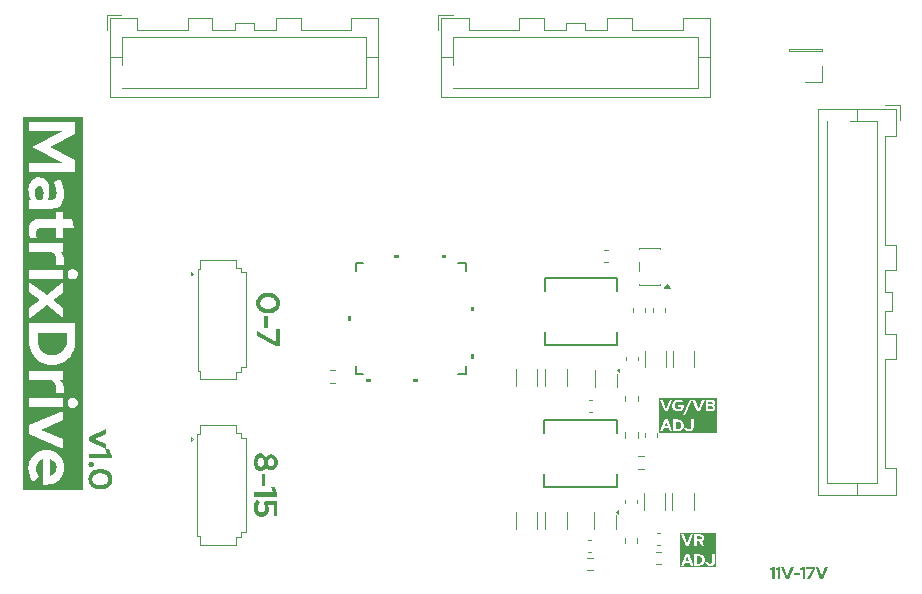
<source format=gbr>
%TF.GenerationSoftware,KiCad,Pcbnew,9.0.7*%
%TF.CreationDate,2026-02-21T00:44:39-08:00*%
%TF.ProjectId,matrix-driver,6d617472-6978-42d6-9472-697665722e6b,rev?*%
%TF.SameCoordinates,Original*%
%TF.FileFunction,Legend,Top*%
%TF.FilePolarity,Positive*%
%FSLAX46Y46*%
G04 Gerber Fmt 4.6, Leading zero omitted, Abs format (unit mm)*
G04 Created by KiCad (PCBNEW 9.0.7) date 2026-02-21 00:44:39*
%MOMM*%
%LPD*%
G01*
G04 APERTURE LIST*
%ADD10C,0.200000*%
%ADD11C,0.120000*%
%ADD12C,0.152400*%
%ADD13C,0.000000*%
G04 APERTURE END LIST*
D10*
G36*
X152764533Y-128509841D02*
G01*
X152484447Y-128509841D01*
X152625498Y-128149094D01*
X152764533Y-128509841D01*
G37*
G36*
X153665421Y-128136730D02*
G01*
X153723491Y-128154528D01*
X153776442Y-128183072D01*
X153822165Y-128220596D01*
X153859752Y-128266276D01*
X153888233Y-128319637D01*
X153905956Y-128378149D01*
X153911986Y-128442002D01*
X153905976Y-128505709D01*
X153888416Y-128563269D01*
X153860060Y-128615625D01*
X153822287Y-128661088D01*
X153776460Y-128698464D01*
X153723552Y-128726606D01*
X153665505Y-128744036D01*
X153601553Y-128749993D01*
X153430949Y-128749993D01*
X153430949Y-128130654D01*
X153601492Y-128130654D01*
X153665421Y-128136730D01*
G37*
G36*
X156479049Y-126833201D02*
G01*
X156515664Y-126844902D01*
X156545107Y-126863363D01*
X156568040Y-126888707D01*
X156581773Y-126918925D01*
X156586567Y-126955565D01*
X156581773Y-126992248D01*
X156568039Y-127022507D01*
X156545107Y-127047889D01*
X156515669Y-127066315D01*
X156479054Y-127077996D01*
X156433366Y-127082205D01*
X156169400Y-127082205D01*
X156169400Y-126828986D01*
X156433366Y-126828986D01*
X156479049Y-126833201D01*
G37*
G36*
X156456727Y-126442349D02*
G01*
X156490550Y-126453005D01*
X156517629Y-126469766D01*
X156538687Y-126492878D01*
X156551352Y-126520770D01*
X156555792Y-126554945D01*
X156551397Y-126588412D01*
X156538769Y-126616182D01*
X156517629Y-126639637D01*
X156490514Y-126656676D01*
X156456690Y-126667489D01*
X156414376Y-126671388D01*
X156169400Y-126671388D01*
X156169400Y-126438503D01*
X156414376Y-126438503D01*
X156456727Y-126442349D01*
G37*
G36*
X156902842Y-129055521D02*
G01*
X151999034Y-129055521D01*
X151999034Y-128930000D01*
X152110145Y-128930000D01*
X152321171Y-128930000D01*
X152421677Y-128673239D01*
X152826265Y-128673239D01*
X152925367Y-128930000D01*
X153145002Y-128930000D01*
X153071857Y-128749993D01*
X153228167Y-128749993D01*
X153228167Y-128930000D01*
X153604362Y-128930000D01*
X153676898Y-128925722D01*
X153744613Y-128913185D01*
X153808182Y-128892630D01*
X153868695Y-128864233D01*
X153923247Y-128829733D01*
X153972375Y-128789010D01*
X154015831Y-128742326D01*
X154052244Y-128690937D01*
X154070091Y-128656936D01*
X154155862Y-128656936D01*
X154182620Y-128724411D01*
X154215945Y-128781643D01*
X154255704Y-128829918D01*
X154302164Y-128870160D01*
X154354709Y-128902010D01*
X154413042Y-128925122D01*
X154478147Y-128939438D01*
X154551230Y-128944410D01*
X154631730Y-128938571D01*
X154702334Y-128921850D01*
X154764637Y-128894951D01*
X154820943Y-128857413D01*
X154867739Y-128811610D01*
X154905871Y-128756831D01*
X154933419Y-128695880D01*
X154950446Y-128627328D01*
X154956368Y-128549652D01*
X154956368Y-127950708D01*
X154753585Y-127950708D01*
X154753585Y-128544218D01*
X154746959Y-128607181D01*
X154728302Y-128658594D01*
X154698203Y-128700961D01*
X154657999Y-128733420D01*
X154610156Y-128753105D01*
X154552390Y-128760006D01*
X154503409Y-128755032D01*
X154461461Y-128740771D01*
X154425079Y-128717447D01*
X154394725Y-128686099D01*
X154367202Y-128643253D01*
X154342830Y-128586350D01*
X154155862Y-128656936D01*
X154070091Y-128656936D01*
X154081918Y-128634405D01*
X154103586Y-128574363D01*
X154116755Y-128510472D01*
X154121241Y-128442002D01*
X154116750Y-128373530D01*
X154103536Y-128309261D01*
X154081734Y-128248501D01*
X154051912Y-128191158D01*
X154015429Y-128139207D01*
X153972008Y-128092185D01*
X153922856Y-128051160D01*
X153868363Y-128016504D01*
X153807999Y-127988077D01*
X153744549Y-127967526D01*
X153676897Y-127954987D01*
X153604362Y-127950708D01*
X153228167Y-127950708D01*
X153228167Y-128749993D01*
X153071857Y-128749993D01*
X152747069Y-127950708D01*
X152512902Y-127950708D01*
X152282945Y-128509841D01*
X152110145Y-128930000D01*
X151999034Y-128930000D01*
X151999034Y-127540404D01*
X154058165Y-127540404D01*
X154242752Y-127540404D01*
X154812143Y-126270708D01*
X154848596Y-126270708D01*
X155246101Y-127250000D01*
X155480330Y-127250000D01*
X155718514Y-126671388D01*
X155966618Y-126671388D01*
X155966618Y-127082205D01*
X155966618Y-127250000D01*
X156448753Y-127250000D01*
X156516529Y-127245783D01*
X156576162Y-127233730D01*
X156628821Y-127214462D01*
X156677388Y-127186971D01*
X156717075Y-127153775D01*
X156748927Y-127114628D01*
X156772466Y-127070069D01*
X156786793Y-127020711D01*
X156791731Y-126965396D01*
X156786998Y-126918529D01*
X156773053Y-126875560D01*
X156749660Y-126835519D01*
X156718821Y-126800400D01*
X156681081Y-126770410D01*
X156635538Y-126745394D01*
X156686755Y-126705891D01*
X156725297Y-126657527D01*
X156743556Y-126620706D01*
X156754499Y-126581590D01*
X156758209Y-126539497D01*
X156753402Y-126487526D01*
X156739428Y-126441043D01*
X156716382Y-126398935D01*
X156685425Y-126361953D01*
X156647081Y-126330535D01*
X156600367Y-126304474D01*
X156549804Y-126286184D01*
X156492381Y-126274723D01*
X156426954Y-126270708D01*
X155966618Y-126270708D01*
X155966618Y-126671388D01*
X155718514Y-126671388D01*
X155883453Y-126270708D01*
X155673221Y-126270708D01*
X155367734Y-127042149D01*
X155067804Y-126270708D01*
X154848596Y-126270708D01*
X154812143Y-126270708D01*
X154628167Y-126270708D01*
X154058165Y-127540404D01*
X151999034Y-127540404D01*
X151999034Y-126270708D01*
X152110145Y-126270708D01*
X152507650Y-127250000D01*
X152741879Y-127250000D01*
X152943441Y-126760354D01*
X153136270Y-126760354D01*
X153140772Y-126830142D01*
X153154026Y-126895778D01*
X153175899Y-126957946D01*
X153205937Y-127016642D01*
X153242824Y-127070104D01*
X153286846Y-127118780D01*
X153336757Y-127161446D01*
X153391733Y-127197365D01*
X153452260Y-127226735D01*
X153516038Y-127248033D01*
X153583631Y-127260980D01*
X153655714Y-127265387D01*
X153725445Y-127261087D01*
X153790362Y-127248492D01*
X153851169Y-127227834D01*
X153908662Y-127199177D01*
X153960347Y-127163979D01*
X154006752Y-127122016D01*
X154047257Y-127074172D01*
X154081463Y-127021041D01*
X154109517Y-126962098D01*
X154129786Y-126900032D01*
X154142167Y-126833667D01*
X154146398Y-126762308D01*
X154146398Y-126699904D01*
X153640082Y-126699904D01*
X153640082Y-126876125D01*
X153929205Y-126876125D01*
X153910356Y-126932110D01*
X153878646Y-126981760D01*
X153836118Y-127023098D01*
X153784063Y-127054666D01*
X153725252Y-127074229D01*
X153658339Y-127080983D01*
X153593299Y-127074810D01*
X153534325Y-127056742D01*
X153480726Y-127027634D01*
X153434430Y-126989209D01*
X153396584Y-126942315D01*
X153368057Y-126887299D01*
X153350493Y-126826860D01*
X153344487Y-126760354D01*
X153350381Y-126693543D01*
X153367507Y-126633653D01*
X153395441Y-126579250D01*
X153432415Y-126532964D01*
X153477724Y-126494929D01*
X153530356Y-126465980D01*
X153588306Y-126447866D01*
X153652294Y-126441678D01*
X153704197Y-126445319D01*
X153753060Y-126456061D01*
X153799451Y-126473857D01*
X153842619Y-126498453D01*
X153881914Y-126529781D01*
X153917664Y-126568379D01*
X154059447Y-126438197D01*
X154008843Y-126385453D01*
X153949784Y-126340744D01*
X153881333Y-126303803D01*
X153808218Y-126276927D01*
X153732129Y-126260772D01*
X153652294Y-126255321D01*
X153580862Y-126259714D01*
X153513586Y-126272649D01*
X153449817Y-126293972D01*
X153389373Y-126323343D01*
X153334754Y-126359245D01*
X153285442Y-126401866D01*
X153242065Y-126450487D01*
X153205574Y-126503967D01*
X153175716Y-126562761D01*
X153153946Y-126624921D01*
X153140752Y-126690558D01*
X153136270Y-126760354D01*
X152943441Y-126760354D01*
X153145002Y-126270708D01*
X152934770Y-126270708D01*
X152629283Y-127042149D01*
X152329353Y-126270708D01*
X152110145Y-126270708D01*
X151999034Y-126270708D01*
X151999034Y-126144210D01*
X156902842Y-126144210D01*
X156902842Y-129055521D01*
G37*
G36*
X119118704Y-117234513D02*
G01*
X119294072Y-117271146D01*
X119448932Y-117329780D01*
X119591223Y-117412938D01*
X119708166Y-117513394D01*
X119802595Y-117632031D01*
X119872219Y-117766374D01*
X119914696Y-117915583D01*
X119929357Y-118083147D01*
X119914696Y-118250711D01*
X119872219Y-118399921D01*
X119802595Y-118534264D01*
X119708154Y-118652967D01*
X119591210Y-118753420D01*
X119448932Y-118836514D01*
X119294065Y-118895217D01*
X119118698Y-118931889D01*
X118919291Y-118944714D01*
X118721290Y-118931937D01*
X118546186Y-118895308D01*
X118390628Y-118836514D01*
X118247715Y-118753370D01*
X118130424Y-118652909D01*
X118035865Y-118534264D01*
X117966311Y-118399928D01*
X117923874Y-118250718D01*
X117909225Y-118083147D01*
X118241273Y-118083147D01*
X118250755Y-118180274D01*
X118278188Y-118265685D01*
X118323339Y-118341800D01*
X118383954Y-118407178D01*
X118461488Y-118463414D01*
X118558789Y-118510450D01*
X118662800Y-118542689D01*
X118782180Y-118563096D01*
X118919291Y-118570290D01*
X119058343Y-118563040D01*
X119178073Y-118542582D01*
X119281137Y-118510450D01*
X119377555Y-118463484D01*
X119454679Y-118407258D01*
X119515244Y-118341800D01*
X119560465Y-118265677D01*
X119587937Y-118180267D01*
X119597431Y-118083147D01*
X119587964Y-117986588D01*
X119560518Y-117901276D01*
X119515244Y-117824860D01*
X119454656Y-117759170D01*
X119377528Y-117702785D01*
X119281137Y-117655722D01*
X119178080Y-117623657D01*
X119058350Y-117603240D01*
X118919291Y-117596005D01*
X118782174Y-117603185D01*
X118662793Y-117623551D01*
X118558789Y-117655722D01*
X118461515Y-117702855D01*
X118383977Y-117759251D01*
X118323339Y-117824860D01*
X118278136Y-117901268D01*
X118250727Y-117986581D01*
X118241273Y-118083147D01*
X117909225Y-118083147D01*
X117923874Y-117915576D01*
X117966311Y-117766366D01*
X118035865Y-117632031D01*
X118130412Y-117513452D01*
X118247702Y-117412988D01*
X118390628Y-117329780D01*
X118546179Y-117271055D01*
X118721284Y-117234466D01*
X118919291Y-117221703D01*
X119118704Y-117234513D01*
G37*
G36*
X118575886Y-119156839D02*
G01*
X118898653Y-119156839D01*
X118898653Y-120209403D01*
X118575886Y-120209403D01*
X118575886Y-119156839D01*
G37*
G36*
X117940000Y-120490038D02*
G01*
X119576304Y-121367603D01*
X119576304Y-120272540D01*
X119898583Y-120272540D01*
X119898583Y-121764009D01*
X119623810Y-121764009D01*
X117940000Y-120925523D01*
X117940000Y-120490038D01*
G37*
G36*
X118391410Y-130828749D02*
G01*
X118488115Y-130865963D01*
X118574681Y-130925210D01*
X118650537Y-131005670D01*
X118710201Y-131101453D01*
X118752508Y-131211933D01*
X118795692Y-131117797D01*
X118851714Y-131037895D01*
X118921036Y-130970499D01*
X119001699Y-130918549D01*
X119086705Y-130888053D01*
X119178101Y-130877809D01*
X119280210Y-130887974D01*
X119373584Y-130917880D01*
X119460324Y-130967934D01*
X119536655Y-131034159D01*
X119602159Y-131115037D01*
X119657184Y-131212421D01*
X119696636Y-131317467D01*
X119720956Y-131433041D01*
X119729357Y-131560956D01*
X119720967Y-131689454D01*
X119696683Y-131805514D01*
X119657306Y-131910956D01*
X119602201Y-132008675D01*
X119536692Y-132089355D01*
X119460446Y-132154955D01*
X119373682Y-132204515D01*
X119280260Y-132234149D01*
X119178101Y-132244225D01*
X119086684Y-132234017D01*
X119001675Y-132203635D01*
X118921036Y-132151902D01*
X118851767Y-132084703D01*
X118795737Y-132004739D01*
X118752508Y-131910223D01*
X118708891Y-132022258D01*
X118649911Y-132116756D01*
X118575310Y-132196110D01*
X118486743Y-132257444D01*
X118391478Y-132293563D01*
X118286859Y-132305775D01*
X118176699Y-132295004D01*
X118077482Y-132263535D01*
X117986807Y-132211253D01*
X117907804Y-132141599D01*
X117839940Y-132054849D01*
X117782986Y-131948569D01*
X117742940Y-131834313D01*
X117717945Y-131705909D01*
X117709225Y-131561078D01*
X118013551Y-131561078D01*
X118023519Y-131667264D01*
X118051653Y-131755618D01*
X118098027Y-131831577D01*
X118158143Y-131888241D01*
X118230484Y-131924771D01*
X118310917Y-131936968D01*
X118393498Y-131924643D01*
X118465279Y-131888241D01*
X118524579Y-131831651D01*
X118570669Y-131755618D01*
X118598895Y-131667257D01*
X118608893Y-131561078D01*
X118880369Y-131561078D01*
X118889505Y-131650161D01*
X118915785Y-131727041D01*
X118958456Y-131793256D01*
X119013237Y-131842324D01*
X119078961Y-131873618D01*
X119153677Y-131884211D01*
X119228894Y-131873566D01*
X119294605Y-131842202D01*
X119349414Y-131793013D01*
X119391814Y-131726797D01*
X119417907Y-131649914D01*
X119426985Y-131560712D01*
X119417928Y-131472131D01*
X119391814Y-131395237D01*
X119349442Y-131328987D01*
X119294727Y-131279710D01*
X119229041Y-131248436D01*
X119153921Y-131237823D01*
X119078802Y-131248436D01*
X119013115Y-131279710D01*
X118958421Y-131328963D01*
X118915785Y-131395237D01*
X118889489Y-131472280D01*
X118880369Y-131561078D01*
X118608893Y-131561078D01*
X118598968Y-131456461D01*
X118570669Y-131367394D01*
X118524497Y-131290526D01*
X118465157Y-131233671D01*
X118393364Y-131197338D01*
X118311284Y-131185066D01*
X118230526Y-131197248D01*
X118158143Y-131233671D01*
X118098086Y-131290591D01*
X118051653Y-131367394D01*
X118023447Y-131456454D01*
X118013551Y-131561078D01*
X117709225Y-131561078D01*
X117717938Y-131416158D01*
X117742900Y-131287844D01*
X117782864Y-131173831D01*
X117839716Y-131067955D01*
X117907652Y-130981217D01*
X117986929Y-130911270D01*
X118077783Y-130858680D01*
X118176965Y-130827068D01*
X118286859Y-130816260D01*
X118391410Y-130828749D01*
G37*
G36*
X118375886Y-132569679D02*
G01*
X118698653Y-132569679D01*
X118698653Y-133622244D01*
X118375886Y-133622244D01*
X118375886Y-132569679D01*
G37*
G36*
X117740000Y-134094976D02*
G01*
X119309016Y-134094976D01*
X119151479Y-133710782D01*
X119485115Y-133710782D01*
X119698583Y-134235782D01*
X119698583Y-134477338D01*
X117740000Y-134477338D01*
X117740000Y-134094976D01*
G37*
G36*
X117709225Y-135425488D02*
G01*
X117720063Y-135266073D01*
X117751849Y-135117855D01*
X117804149Y-134979000D01*
X117877425Y-134847982D01*
X117973007Y-134723657D01*
X118226287Y-134943719D01*
X118132113Y-135070739D01*
X118072292Y-135186619D01*
X118036883Y-135308571D01*
X118024787Y-135442463D01*
X118035749Y-135552419D01*
X118066552Y-135642376D01*
X118117290Y-135718561D01*
X118184521Y-135775488D01*
X118265526Y-135811291D01*
X118360010Y-135823604D01*
X118450678Y-135811121D01*
X118528230Y-135774711D01*
X118596071Y-135712718D01*
X118646244Y-135634193D01*
X118677382Y-135540640D01*
X118688394Y-135428175D01*
X118682271Y-135341378D01*
X118663726Y-135254396D01*
X118633421Y-135168230D01*
X118588499Y-135075244D01*
X118667267Y-134813172D01*
X119698583Y-134859944D01*
X119698583Y-136093737D01*
X119386196Y-136093737D01*
X119386196Y-135181612D01*
X118889284Y-135158775D01*
X118931749Y-135262552D01*
X118955963Y-135356246D01*
X118968627Y-135449857D01*
X118972815Y-135542481D01*
X118964040Y-135672174D01*
X118938937Y-135786039D01*
X118898688Y-135886497D01*
X118842018Y-135978073D01*
X118772903Y-136053824D01*
X118690471Y-136115352D01*
X118597897Y-136160223D01*
X118494584Y-136187760D01*
X118378206Y-136197296D01*
X118248460Y-136186087D01*
X118132884Y-136153623D01*
X118028817Y-136100454D01*
X117936701Y-136028228D01*
X117858579Y-135938732D01*
X117793733Y-135829833D01*
X117747818Y-135711126D01*
X117719210Y-135577231D01*
X117709225Y-135425488D01*
G37*
G36*
X100597232Y-131363255D02*
G01*
X100737990Y-131448046D01*
X100854147Y-131559910D01*
X100940467Y-131693754D01*
X100994128Y-131845214D01*
X101012519Y-132015666D01*
X100993590Y-132180885D01*
X100937780Y-132330495D01*
X100849601Y-132463846D01*
X100732616Y-132577913D01*
X100592160Y-132665246D01*
X100426092Y-132722993D01*
X100426092Y-131304675D01*
X100597232Y-131363255D01*
G37*
G36*
X101877383Y-121274842D02*
G01*
X101853077Y-121530558D01*
X101781884Y-121762840D01*
X101667709Y-121974644D01*
X101517613Y-122157536D01*
X101334894Y-122307884D01*
X101121451Y-122421807D01*
X100887400Y-122492697D01*
X100631988Y-122516817D01*
X100377160Y-122492778D01*
X100146922Y-122422540D01*
X99937498Y-122309117D01*
X99755645Y-122158025D01*
X99606142Y-121974714D01*
X99493572Y-121763084D01*
X99423854Y-121530895D01*
X99400027Y-121275087D01*
X99400027Y-120592672D01*
X101877383Y-120592672D01*
X101877383Y-121274842D01*
G37*
G36*
X99647293Y-108192432D02*
G01*
X99734452Y-108240750D01*
X99808157Y-108324354D01*
X99858873Y-108428107D01*
X99892298Y-108562946D01*
X99904633Y-108736880D01*
X99877278Y-109058792D01*
X99842540Y-109208279D01*
X99792770Y-109352128D01*
X99370963Y-109352128D01*
X99284549Y-109213189D01*
X99224661Y-109059281D01*
X99190370Y-108894082D01*
X99178499Y-108710502D01*
X99205248Y-108481865D01*
X99276685Y-108320446D01*
X99351187Y-108239016D01*
X99438110Y-108191954D01*
X99541933Y-108175854D01*
X99647293Y-108192432D01*
G37*
G36*
X103261185Y-133921659D02*
G01*
X98181089Y-133921659D01*
X98181089Y-132096510D01*
X98625533Y-132096510D01*
X98651735Y-132435944D01*
X98726406Y-132729344D01*
X98853687Y-133003376D01*
X99044654Y-133279134D01*
X99503098Y-132777459D01*
X99405521Y-132650660D01*
X99330662Y-132494626D01*
X99285196Y-132322720D01*
X99269602Y-132133391D01*
X99289372Y-131940897D01*
X99347515Y-131765561D01*
X99440942Y-131609271D01*
X99563426Y-131481507D01*
X99710950Y-131382579D01*
X99879720Y-131313468D01*
X99879720Y-132722993D01*
X99879720Y-133477215D01*
X100076580Y-133477215D01*
X100372562Y-133455363D01*
X100639050Y-133392046D01*
X100880872Y-133288904D01*
X101101844Y-133146726D01*
X101286917Y-132976143D01*
X101439455Y-132775261D01*
X101552407Y-132550650D01*
X101621041Y-132304305D01*
X101644619Y-132031053D01*
X101621742Y-131757675D01*
X101554605Y-131505848D01*
X101443363Y-131271214D01*
X101293301Y-131059030D01*
X101113318Y-130879882D01*
X100900900Y-130731193D01*
X100666511Y-130621659D01*
X100413255Y-130555304D01*
X100136664Y-130532623D01*
X99859509Y-130556215D01*
X99605502Y-130625332D01*
X99369986Y-130739741D01*
X99157729Y-130894112D01*
X98977329Y-131080615D01*
X98826545Y-131302233D01*
X98715721Y-131546007D01*
X98648511Y-131809274D01*
X98625533Y-132096510D01*
X98181089Y-132096510D01*
X98181089Y-128453628D01*
X98680000Y-128453628D01*
X98680000Y-129197592D01*
X101595771Y-130446406D01*
X101595771Y-129632100D01*
X99653551Y-128835380D01*
X101595771Y-128038415D01*
X101595771Y-127203349D01*
X98680000Y-128453628D01*
X98181089Y-128453628D01*
X98181089Y-126906350D01*
X98680000Y-126906350D01*
X101595771Y-126906350D01*
X101595771Y-126522889D01*
X101944794Y-126522889D01*
X101959131Y-126638959D01*
X102001043Y-126740738D01*
X102071800Y-126831856D01*
X102162935Y-126902759D01*
X102264713Y-126944745D01*
X102380767Y-126959106D01*
X102497767Y-126944691D01*
X102599753Y-126902656D01*
X102690467Y-126831856D01*
X102760786Y-126740790D01*
X102802473Y-126639008D01*
X102816741Y-126522889D01*
X102802486Y-126407093D01*
X102760812Y-126305465D01*
X102690467Y-126214410D01*
X102599786Y-126143717D01*
X102498031Y-126101776D01*
X102381500Y-126087404D01*
X102264945Y-126101761D01*
X102162933Y-126143691D01*
X102071800Y-126214410D01*
X102001017Y-126305518D01*
X101959118Y-126407142D01*
X101944794Y-126522889D01*
X101595771Y-126522889D01*
X101595771Y-126139916D01*
X98680000Y-126139916D01*
X98680000Y-126906350D01*
X98181089Y-126906350D01*
X98181089Y-124624145D01*
X98680000Y-124624145D01*
X100571416Y-124624145D01*
X100757076Y-124756073D01*
X100891374Y-124921144D01*
X100975358Y-125115336D01*
X101003726Y-125331716D01*
X100984431Y-125537124D01*
X100925324Y-125722749D01*
X101598213Y-125722749D01*
X101641054Y-125602173D01*
X101661228Y-125403768D01*
X101635476Y-125167588D01*
X101560844Y-124961444D01*
X101439417Y-124780259D01*
X101270439Y-124624145D01*
X101595771Y-124624145D01*
X101595771Y-123857711D01*
X98680000Y-123857711D01*
X98680000Y-124624145D01*
X98181089Y-124624145D01*
X98181089Y-121275087D01*
X98680000Y-121275087D01*
X98680000Y-121286322D01*
X98697108Y-121576468D01*
X98747256Y-121847328D01*
X98829476Y-122101605D01*
X98943066Y-122343656D01*
X99081064Y-122561861D01*
X99243956Y-122758374D01*
X99430692Y-122932200D01*
X99636251Y-123077852D01*
X99862379Y-123196545D01*
X100102547Y-123283220D01*
X100358110Y-123335893D01*
X100631988Y-123353838D01*
X100905879Y-123335875D01*
X101162952Y-123283018D01*
X101405994Y-123195812D01*
X101635366Y-123076524D01*
X101843171Y-122930590D01*
X102031256Y-122756908D01*
X102195357Y-122560298D01*
X102333982Y-122342326D01*
X102447690Y-122100872D01*
X102529892Y-121847071D01*
X102580048Y-121576464D01*
X102597166Y-121286322D01*
X102597166Y-119781542D01*
X98680000Y-119781542D01*
X98680000Y-121275087D01*
X98181089Y-121275087D01*
X98181089Y-117166189D01*
X98680000Y-117166189D01*
X99609588Y-117853489D01*
X98680000Y-118541521D01*
X98680000Y-119434228D01*
X100173545Y-118294347D01*
X101595771Y-119369504D01*
X101595771Y-118509525D01*
X100727732Y-117871074D01*
X101595771Y-117228471D01*
X101595771Y-116335764D01*
X100163775Y-117426308D01*
X98680000Y-116307920D01*
X98680000Y-117166189D01*
X98181089Y-117166189D01*
X98181089Y-116022889D01*
X98680000Y-116022889D01*
X101595771Y-116022889D01*
X101595771Y-115639427D01*
X101944794Y-115639427D01*
X101959131Y-115755497D01*
X102001043Y-115857277D01*
X102071800Y-115948394D01*
X102162935Y-116019298D01*
X102264713Y-116061284D01*
X102380767Y-116075645D01*
X102497767Y-116061229D01*
X102599753Y-116019195D01*
X102690467Y-115948394D01*
X102760786Y-115857329D01*
X102802473Y-115755546D01*
X102816741Y-115639427D01*
X102802486Y-115523632D01*
X102760812Y-115422004D01*
X102690467Y-115330949D01*
X102599786Y-115260255D01*
X102498031Y-115218315D01*
X102381500Y-115203942D01*
X102264945Y-115218299D01*
X102162933Y-115260230D01*
X102071800Y-115330949D01*
X102001017Y-115422056D01*
X101959118Y-115523680D01*
X101944794Y-115639427D01*
X101595771Y-115639427D01*
X101595771Y-115256454D01*
X98680000Y-115256454D01*
X98680000Y-116022889D01*
X98181089Y-116022889D01*
X98181089Y-113740683D01*
X98680000Y-113740683D01*
X100571416Y-113740683D01*
X100757076Y-113872612D01*
X100891374Y-114037683D01*
X100975358Y-114231875D01*
X101003726Y-114448255D01*
X100984431Y-114653663D01*
X100925324Y-114839288D01*
X101598213Y-114839288D01*
X101641054Y-114718712D01*
X101661228Y-114520307D01*
X101635476Y-114284126D01*
X101560844Y-114077983D01*
X101439417Y-113896798D01*
X101270439Y-113740683D01*
X101595771Y-113740683D01*
X101595771Y-112974249D01*
X98680000Y-112974249D01*
X98680000Y-113740683D01*
X98181089Y-113740683D01*
X98181089Y-111985066D01*
X98636036Y-111985066D01*
X98658995Y-112285484D01*
X98720788Y-112577355D01*
X99348736Y-112577355D01*
X99298667Y-112374633D01*
X99284012Y-112168981D01*
X99295743Y-112023150D01*
X99326010Y-111923149D01*
X99369986Y-111856594D01*
X99433699Y-111809585D01*
X99526740Y-111778032D01*
X99659658Y-111765980D01*
X100954877Y-111765980D01*
X100954877Y-112599092D01*
X101595771Y-112599092D01*
X101595771Y-111765980D01*
X102512903Y-111765980D01*
X102342421Y-111001256D01*
X101595771Y-111001256D01*
X101595771Y-110400907D01*
X100954877Y-110400907D01*
X100954877Y-111001256D01*
X99501388Y-111001256D01*
X99289781Y-111018823D01*
X99116081Y-111067901D01*
X98973041Y-111145319D01*
X98855366Y-111251116D01*
X98764840Y-111380674D01*
X98696438Y-111541489D01*
X98652097Y-111740222D01*
X98636036Y-111985066D01*
X98181089Y-111985066D01*
X98181089Y-108509734D01*
X98629685Y-108509734D01*
X98642854Y-108710502D01*
X98645474Y-108750440D01*
X98690746Y-108963293D01*
X98769542Y-109162654D01*
X98886140Y-109352128D01*
X98680000Y-109352128D01*
X98680000Y-110107327D01*
X100573859Y-110107327D01*
X100826941Y-110084999D01*
X101039129Y-110021918D01*
X101218256Y-109920987D01*
X101369846Y-109781018D01*
X101487448Y-109611839D01*
X101575273Y-109407437D01*
X101631530Y-109160780D01*
X101651702Y-108863154D01*
X101632509Y-108547027D01*
X101574521Y-108230321D01*
X101479655Y-107914045D01*
X101339804Y-107568667D01*
X100772672Y-107845394D01*
X100884290Y-108119263D01*
X100954145Y-108339009D01*
X100997515Y-108550068D01*
X101011053Y-108735903D01*
X100994712Y-108935038D01*
X100950821Y-109084574D01*
X100884291Y-109195812D01*
X100789379Y-109280213D01*
X100665022Y-109332977D01*
X100501807Y-109352128D01*
X100292735Y-109352128D01*
X100378067Y-109007350D01*
X100407041Y-108637718D01*
X100390291Y-108354542D01*
X100343660Y-108119166D01*
X100271302Y-107923923D01*
X100175498Y-107762351D01*
X100047890Y-107623878D01*
X99900269Y-107526645D01*
X99728698Y-107467120D01*
X99526789Y-107446301D01*
X99354936Y-107461869D01*
X99200690Y-107507169D01*
X99060530Y-107581856D01*
X98936856Y-107682486D01*
X98831612Y-107806709D01*
X98743991Y-107957501D01*
X98681741Y-108121363D01*
X98643113Y-108304345D01*
X98629685Y-108509734D01*
X98181089Y-108509734D01*
X98181089Y-103502023D01*
X98680000Y-103502023D01*
X101570858Y-103502023D01*
X98959902Y-104859281D01*
X101564508Y-106216538D01*
X98680000Y-106216538D01*
X98680000Y-106981263D01*
X102597166Y-106981263D01*
X102597166Y-105940544D01*
X100484466Y-104868806D01*
X102597166Y-103795603D01*
X102597166Y-102754884D01*
X98680000Y-102754884D01*
X98680000Y-103502023D01*
X98181089Y-103502023D01*
X98181089Y-102310440D01*
X103261185Y-102310440D01*
X103261185Y-133921659D01*
G37*
G36*
X103740000Y-129425139D02*
G01*
X105197885Y-128800000D01*
X105197885Y-129217533D01*
X104226775Y-129616015D01*
X105197885Y-130014375D01*
X105197885Y-130421528D01*
X103740000Y-129797121D01*
X103740000Y-129425139D01*
G37*
G36*
X103740000Y-130866294D02*
G01*
X105309016Y-130866294D01*
X105151479Y-130482100D01*
X105485115Y-130482100D01*
X105698583Y-131007100D01*
X105698583Y-131248656D01*
X103740000Y-131248656D01*
X103740000Y-130866294D01*
G37*
G36*
X103713255Y-131750453D02*
G01*
X103720727Y-131691075D01*
X103742704Y-131638347D01*
X103780055Y-131590474D01*
X103827926Y-131553116D01*
X103880614Y-131531143D01*
X103939912Y-131523674D01*
X103999291Y-131531146D01*
X104052018Y-131553123D01*
X104099891Y-131590474D01*
X104137243Y-131638347D01*
X104159219Y-131691075D01*
X104166692Y-131750453D01*
X104159219Y-131809832D01*
X104137243Y-131862559D01*
X104099891Y-131910432D01*
X104052018Y-131947784D01*
X103999291Y-131969760D01*
X103939912Y-131977233D01*
X103880614Y-131969763D01*
X103827926Y-131947790D01*
X103780055Y-131910432D01*
X103742704Y-131862559D01*
X103720727Y-131809832D01*
X103713255Y-131750453D01*
G37*
G36*
X104918704Y-132155029D02*
G01*
X105094072Y-132191662D01*
X105248932Y-132250296D01*
X105391223Y-132333454D01*
X105508166Y-132433910D01*
X105602595Y-132552547D01*
X105672219Y-132686889D01*
X105714696Y-132836099D01*
X105729357Y-133003663D01*
X105714696Y-133171227D01*
X105672219Y-133320437D01*
X105602595Y-133454780D01*
X105508154Y-133573483D01*
X105391210Y-133673936D01*
X105248932Y-133757030D01*
X105094065Y-133815733D01*
X104918698Y-133852405D01*
X104719291Y-133865230D01*
X104521290Y-133852453D01*
X104346186Y-133815824D01*
X104190628Y-133757030D01*
X104047715Y-133673886D01*
X103930424Y-133573425D01*
X103835865Y-133454780D01*
X103766311Y-133320444D01*
X103723874Y-133171234D01*
X103709225Y-133003663D01*
X104041273Y-133003663D01*
X104050755Y-133100790D01*
X104078188Y-133186201D01*
X104123339Y-133262316D01*
X104183954Y-133327694D01*
X104261488Y-133383930D01*
X104358789Y-133430966D01*
X104462800Y-133463205D01*
X104582180Y-133483612D01*
X104719291Y-133490806D01*
X104858343Y-133483556D01*
X104978073Y-133463098D01*
X105081137Y-133430966D01*
X105177555Y-133384000D01*
X105254679Y-133327774D01*
X105315244Y-133262316D01*
X105360465Y-133186193D01*
X105387937Y-133100783D01*
X105397431Y-133003663D01*
X105387964Y-132907104D01*
X105360518Y-132821792D01*
X105315244Y-132745376D01*
X105254656Y-132679686D01*
X105177528Y-132623301D01*
X105081137Y-132576238D01*
X104978080Y-132544173D01*
X104858350Y-132523756D01*
X104719291Y-132516521D01*
X104582174Y-132523701D01*
X104462793Y-132544067D01*
X104358789Y-132576238D01*
X104261515Y-132623371D01*
X104183977Y-132679766D01*
X104123339Y-132745376D01*
X104078136Y-132821784D01*
X104050727Y-132907096D01*
X104041273Y-133003663D01*
X103709225Y-133003663D01*
X103723874Y-132836092D01*
X103766311Y-132686882D01*
X103835865Y-132552547D01*
X103930412Y-132433968D01*
X104047702Y-132333504D01*
X104190628Y-132250296D01*
X104346179Y-132191571D01*
X104521284Y-132154982D01*
X104719291Y-132142219D01*
X104918704Y-132155029D01*
G37*
G36*
X161621284Y-141430000D02*
G01*
X161621284Y-140645491D01*
X161429187Y-140724260D01*
X161429187Y-140557442D01*
X161691687Y-140450708D01*
X161812465Y-140450708D01*
X161812465Y-141430000D01*
X161621284Y-141430000D01*
G37*
G36*
X162109769Y-141430000D02*
G01*
X162109769Y-140645491D01*
X161917672Y-140724260D01*
X161917672Y-140557442D01*
X162180172Y-140450708D01*
X162300950Y-140450708D01*
X162300950Y-141430000D01*
X162109769Y-141430000D01*
G37*
G36*
X162769042Y-141430000D02*
G01*
X162371536Y-140450708D01*
X162590744Y-140450708D01*
X162890675Y-141222149D01*
X163196161Y-140450708D01*
X163406393Y-140450708D01*
X163003271Y-141430000D01*
X162769042Y-141430000D01*
G37*
G36*
X163412438Y-141112056D02*
G01*
X163412438Y-140950673D01*
X163938721Y-140950673D01*
X163938721Y-141112056D01*
X163412438Y-141112056D01*
G37*
G36*
X164175087Y-141430000D02*
G01*
X164175087Y-140645491D01*
X163982990Y-140724260D01*
X163982990Y-140557442D01*
X164245490Y-140450708D01*
X164366268Y-140450708D01*
X164366268Y-141430000D01*
X164175087Y-141430000D01*
G37*
G36*
X164589017Y-141430000D02*
G01*
X165027800Y-140611847D01*
X164480268Y-140611847D01*
X164480268Y-140450708D01*
X165226003Y-140450708D01*
X165226003Y-140588094D01*
X164806760Y-141430000D01*
X164589017Y-141430000D01*
G37*
G36*
X165673578Y-141430000D02*
G01*
X165276072Y-140450708D01*
X165495280Y-140450708D01*
X165795211Y-141222149D01*
X166100697Y-140450708D01*
X166310929Y-140450708D01*
X165907807Y-141430000D01*
X165673578Y-141430000D01*
G37*
G36*
X154548953Y-139909841D02*
G01*
X154268867Y-139909841D01*
X154409918Y-139549094D01*
X154548953Y-139909841D01*
G37*
G36*
X155449841Y-139536730D02*
G01*
X155507911Y-139554528D01*
X155560862Y-139583072D01*
X155606585Y-139620596D01*
X155644172Y-139666276D01*
X155672653Y-139719637D01*
X155690376Y-139778149D01*
X155696406Y-139842002D01*
X155690396Y-139905709D01*
X155672836Y-139963269D01*
X155644480Y-140015625D01*
X155606707Y-140061088D01*
X155560880Y-140098464D01*
X155507972Y-140126606D01*
X155449925Y-140144036D01*
X155385973Y-140149993D01*
X155215369Y-140149993D01*
X155215369Y-139530654D01*
X155385912Y-139530654D01*
X155449841Y-139536730D01*
G37*
G36*
X155516522Y-137849668D02*
G01*
X155552542Y-137861974D01*
X155582100Y-137881673D01*
X155605046Y-137908264D01*
X155618782Y-137939525D01*
X155623560Y-137976927D01*
X155618773Y-138014575D01*
X155605028Y-138045972D01*
X155582100Y-138072609D01*
X155552546Y-138092273D01*
X155516527Y-138104559D01*
X155472313Y-138108941D01*
X155215369Y-138108941D01*
X155215369Y-137845280D01*
X155472313Y-137845280D01*
X155516522Y-137849668D01*
G37*
G36*
X156851899Y-140455521D02*
G01*
X153783454Y-140455521D01*
X153783454Y-140330000D01*
X153894565Y-140330000D01*
X154105591Y-140330000D01*
X154206097Y-140073239D01*
X154610685Y-140073239D01*
X154709787Y-140330000D01*
X154929422Y-140330000D01*
X154856277Y-140149993D01*
X155012587Y-140149993D01*
X155012587Y-140330000D01*
X155388782Y-140330000D01*
X155461318Y-140325722D01*
X155529033Y-140313185D01*
X155592602Y-140292630D01*
X155653115Y-140264233D01*
X155707667Y-140229733D01*
X155756795Y-140189010D01*
X155800251Y-140142326D01*
X155836664Y-140090937D01*
X155854511Y-140056936D01*
X155940282Y-140056936D01*
X155967040Y-140124411D01*
X156000365Y-140181643D01*
X156040124Y-140229918D01*
X156086584Y-140270160D01*
X156139129Y-140302010D01*
X156197462Y-140325122D01*
X156262567Y-140339438D01*
X156335650Y-140344410D01*
X156416150Y-140338571D01*
X156486754Y-140321850D01*
X156549057Y-140294951D01*
X156605363Y-140257413D01*
X156652159Y-140211610D01*
X156690291Y-140156831D01*
X156717839Y-140095880D01*
X156734866Y-140027328D01*
X156740788Y-139949652D01*
X156740788Y-139350708D01*
X156538005Y-139350708D01*
X156538005Y-139944218D01*
X156531379Y-140007181D01*
X156512722Y-140058594D01*
X156482623Y-140100961D01*
X156442419Y-140133420D01*
X156394576Y-140153105D01*
X156336810Y-140160006D01*
X156287829Y-140155032D01*
X156245881Y-140140771D01*
X156209499Y-140117447D01*
X156179145Y-140086099D01*
X156151622Y-140043253D01*
X156127250Y-139986350D01*
X155940282Y-140056936D01*
X155854511Y-140056936D01*
X155866338Y-140034405D01*
X155888006Y-139974363D01*
X155901175Y-139910472D01*
X155905661Y-139842002D01*
X155901170Y-139773530D01*
X155887956Y-139709261D01*
X155866154Y-139648501D01*
X155836332Y-139591158D01*
X155799849Y-139539207D01*
X155756428Y-139492185D01*
X155707276Y-139451160D01*
X155652783Y-139416504D01*
X155592419Y-139388077D01*
X155528969Y-139367526D01*
X155461317Y-139354987D01*
X155388782Y-139350708D01*
X155012587Y-139350708D01*
X155012587Y-140149993D01*
X154856277Y-140149993D01*
X154531489Y-139350708D01*
X154297322Y-139350708D01*
X154067365Y-139909841D01*
X153894565Y-140330000D01*
X153783454Y-140330000D01*
X153783454Y-137670708D01*
X153894565Y-137670708D01*
X154292070Y-138650000D01*
X154526299Y-138650000D01*
X154749025Y-138108941D01*
X155012587Y-138108941D01*
X155012587Y-138650000D01*
X155215369Y-138650000D01*
X155215369Y-138274904D01*
X155435676Y-138274904D01*
X155627529Y-138650000D01*
X155853515Y-138650000D01*
X155637848Y-138245900D01*
X155692034Y-138218191D01*
X155737817Y-138182770D01*
X155776151Y-138139227D01*
X155805001Y-138089213D01*
X155822358Y-138034535D01*
X155828297Y-137973874D01*
X155823346Y-137915565D01*
X155808981Y-137863350D01*
X155785432Y-137816093D01*
X155753374Y-137774055D01*
X155713908Y-137738545D01*
X155666181Y-137709176D01*
X155614020Y-137688204D01*
X155555769Y-137675219D01*
X155490326Y-137670708D01*
X155012587Y-137670708D01*
X155012587Y-138108941D01*
X154749025Y-138108941D01*
X154929422Y-137670708D01*
X154719190Y-137670708D01*
X154413703Y-138442149D01*
X154113773Y-137670708D01*
X153894565Y-137670708D01*
X153783454Y-137670708D01*
X153783454Y-137559597D01*
X156851899Y-137559597D01*
X156851899Y-140455521D01*
G37*
D11*
%TO.C,J6*%
X156310000Y-100610000D02*
X156310000Y-93990000D01*
X156310000Y-97300000D02*
X155300000Y-97300000D01*
X156310000Y-93990000D02*
X154010000Y-93990000D01*
X155300000Y-99900000D02*
X134600000Y-99900000D01*
X155300000Y-95600000D02*
X155300000Y-99900000D01*
X154010000Y-94990000D02*
X149750000Y-94990000D01*
X154010000Y-93990000D02*
X154010000Y-94990000D01*
X149750000Y-94990000D02*
X149750000Y-93990000D01*
X149750000Y-93990000D02*
X147650000Y-93990000D01*
X147650000Y-94990000D02*
X145750000Y-94990000D01*
X147650000Y-93990000D02*
X147650000Y-94990000D01*
X145750000Y-94990000D02*
X145750000Y-94390000D01*
X145750000Y-94390000D02*
X144150000Y-94390000D01*
X144150000Y-94990000D02*
X142250000Y-94990000D01*
X144150000Y-94390000D02*
X144150000Y-94990000D01*
X142250000Y-94990000D02*
X142250000Y-93990000D01*
X142250000Y-93990000D02*
X140150000Y-93990000D01*
X140150000Y-94990000D02*
X135890000Y-94990000D01*
X140150000Y-93990000D02*
X140150000Y-94990000D01*
X135890000Y-94990000D02*
X135890000Y-93990000D01*
X135890000Y-93990000D02*
X133590000Y-93990000D01*
X134600000Y-97900000D02*
X134600000Y-95600000D01*
X134600000Y-95600000D02*
X155300000Y-95600000D01*
X134540000Y-93690000D02*
X133290000Y-93690000D01*
X133590000Y-100610000D02*
X156310000Y-100610000D01*
X133590000Y-97300000D02*
X134600000Y-97300000D01*
X133590000Y-93990000D02*
X133590000Y-100610000D01*
X133290000Y-93690000D02*
X133290000Y-94940000D01*
%TO.C,J5*%
X128260000Y-100610000D02*
X128260000Y-93990000D01*
X128260000Y-97300000D02*
X127250000Y-97300000D01*
X128260000Y-93990000D02*
X125960000Y-93990000D01*
X127250000Y-99900000D02*
X106550000Y-99900000D01*
X127250000Y-95600000D02*
X127250000Y-99900000D01*
X125960000Y-94990000D02*
X121700000Y-94990000D01*
X125960000Y-93990000D02*
X125960000Y-94990000D01*
X121700000Y-94990000D02*
X121700000Y-93990000D01*
X121700000Y-93990000D02*
X119600000Y-93990000D01*
X119600000Y-94990000D02*
X117700000Y-94990000D01*
X119600000Y-93990000D02*
X119600000Y-94990000D01*
X117700000Y-94990000D02*
X117700000Y-94390000D01*
X117700000Y-94390000D02*
X116100000Y-94390000D01*
X116100000Y-94990000D02*
X114200000Y-94990000D01*
X116100000Y-94390000D02*
X116100000Y-94990000D01*
X114200000Y-94990000D02*
X114200000Y-93990000D01*
X114200000Y-93990000D02*
X112100000Y-93990000D01*
X112100000Y-94990000D02*
X107840000Y-94990000D01*
X112100000Y-93990000D02*
X112100000Y-94990000D01*
X107840000Y-94990000D02*
X107840000Y-93990000D01*
X107840000Y-93990000D02*
X105540000Y-93990000D01*
X106550000Y-97900000D02*
X106550000Y-95600000D01*
X106550000Y-95600000D02*
X127250000Y-95600000D01*
X106490000Y-93690000D02*
X105240000Y-93690000D01*
X105540000Y-100610000D02*
X128260000Y-100610000D01*
X105540000Y-97300000D02*
X106550000Y-97300000D01*
X105540000Y-93990000D02*
X105540000Y-100610000D01*
X105240000Y-93690000D02*
X105240000Y-94940000D01*
%TO.C,J2*%
X165490000Y-134360000D02*
X172110000Y-134360000D01*
X168800000Y-134360000D02*
X168800000Y-133350000D01*
X172110000Y-134360000D02*
X172110000Y-132060000D01*
X166200000Y-133350000D02*
X166200000Y-102650000D01*
X170500000Y-133350000D02*
X166200000Y-133350000D01*
X171110000Y-132060000D02*
X171110000Y-122800000D01*
X172110000Y-132060000D02*
X171110000Y-132060000D01*
X171110000Y-122800000D02*
X172110000Y-122800000D01*
X172110000Y-122800000D02*
X172110000Y-120700000D01*
X171110000Y-120700000D02*
X171110000Y-118800000D01*
X172110000Y-120700000D02*
X171110000Y-120700000D01*
X171110000Y-118800000D02*
X171710000Y-118800000D01*
X171710000Y-118800000D02*
X171710000Y-117200000D01*
X171110000Y-117200000D02*
X171110000Y-115300000D01*
X171710000Y-117200000D02*
X171110000Y-117200000D01*
X171110000Y-115300000D02*
X172110000Y-115300000D01*
X172110000Y-115300000D02*
X172110000Y-113200000D01*
X171110000Y-113200000D02*
X171110000Y-103940000D01*
X172110000Y-113200000D02*
X171110000Y-113200000D01*
X171110000Y-103940000D02*
X172110000Y-103940000D01*
X172110000Y-103940000D02*
X172110000Y-101640000D01*
X168200000Y-102650000D02*
X170500000Y-102650000D01*
X170500000Y-102650000D02*
X170500000Y-133350000D01*
X172410000Y-102590000D02*
X172410000Y-101340000D01*
X165490000Y-101640000D02*
X165490000Y-134360000D01*
X168800000Y-101640000D02*
X168800000Y-102650000D01*
X172110000Y-101640000D02*
X165490000Y-101640000D01*
X172410000Y-101340000D02*
X171160000Y-101340000D01*
%TO.C,J1*%
X165780000Y-99380000D02*
X164400000Y-99380000D01*
X165780000Y-98000000D02*
X165780000Y-99380000D01*
X165780000Y-96730000D02*
X165780000Y-96620000D01*
X165780000Y-96730000D02*
X163020000Y-96730000D01*
X165780000Y-96620000D02*
X163020000Y-96620000D01*
X163020000Y-96730000D02*
X163020000Y-96620000D01*
%TO.C,R5*%
X149177500Y-126412258D02*
X149177500Y-125937742D01*
X150222500Y-126412258D02*
X150222500Y-125937742D01*
%TO.C,IC1*%
X150315000Y-113440000D02*
X152135000Y-113440000D01*
X150315000Y-113490000D02*
X150315000Y-113440000D01*
X150315000Y-115390000D02*
X150315000Y-114610000D01*
X150315000Y-116560000D02*
X150315000Y-116510000D01*
X152135000Y-113440000D02*
X152135000Y-113490000D01*
X152135000Y-116510000D02*
X152135000Y-116560000D01*
X152135000Y-116560000D02*
X150315000Y-116560000D01*
X152915000Y-116840000D02*
X152435000Y-116840000D01*
X152675000Y-116510000D01*
X152915000Y-116840000D01*
G36*
X152915000Y-116840000D02*
G01*
X152435000Y-116840000D01*
X152675000Y-116510000D01*
X152915000Y-116840000D01*
G37*
%TO.C,R3*%
X146387258Y-139677500D02*
X145912742Y-139677500D01*
X146387258Y-140722500D02*
X145912742Y-140722500D01*
%TO.C,C7*%
X151490000Y-118534420D02*
X151490000Y-118815580D01*
X152510000Y-118534420D02*
X152510000Y-118815580D01*
%TO.C,C9*%
X146074620Y-126290000D02*
X146355780Y-126290000D01*
X146074620Y-127310000D02*
X146355780Y-127310000D01*
D12*
%TO.C,L2*%
X142296700Y-128017900D02*
X142296700Y-129094860D01*
X142296700Y-132605140D02*
X142296700Y-133682100D01*
X142296700Y-133682100D02*
X148443500Y-133682100D01*
X148443500Y-128017900D02*
X142296700Y-128017900D01*
X148443500Y-129094860D02*
X148443500Y-128017900D01*
X148443500Y-133682100D02*
X148443500Y-132605140D01*
D11*
%TO.C,U2*%
X146555200Y-125210000D02*
X146555200Y-123790000D01*
X148425200Y-124074432D02*
X148425200Y-125210000D01*
X148620200Y-123920000D02*
X148430200Y-123780000D01*
X148620200Y-123640000D01*
X148620200Y-123920000D01*
G36*
X148620200Y-123920000D02*
G01*
X148430200Y-123780000D01*
X148620200Y-123640000D01*
X148620200Y-123920000D01*
G37*
%TO.C,C1*%
X153190000Y-122113748D02*
X153190000Y-123536252D01*
X155010000Y-122113748D02*
X155010000Y-123536252D01*
%TO.C,R7*%
X149127500Y-138437258D02*
X149127500Y-137962742D01*
X150172500Y-138437258D02*
X150172500Y-137962742D01*
%TO.C,C5*%
X149190000Y-122659420D02*
X149190000Y-122940580D01*
X150210000Y-122659420D02*
X150210000Y-122940580D01*
%TO.C,J3*%
X112386068Y-115450000D02*
X112598200Y-115600000D01*
X112386068Y-115750000D02*
X112386068Y-115450000D01*
X112598200Y-115600000D02*
X112386068Y-115750000D01*
X112948200Y-115190000D02*
X112948200Y-119500000D01*
X112948200Y-123810000D02*
X112948200Y-119500000D01*
X113148200Y-114440000D02*
X113148200Y-115190000D01*
X113148200Y-115190000D02*
X112948200Y-115190000D01*
X113148200Y-123810000D02*
X112948200Y-123810000D01*
X113148200Y-124560000D02*
X113148200Y-123810000D01*
X116218200Y-114440000D02*
X113148200Y-114440000D01*
X116218200Y-115090000D02*
X116218200Y-114440000D01*
X116218200Y-123910000D02*
X116218200Y-124560000D01*
X116218200Y-124560000D02*
X113148200Y-124560000D01*
X116618200Y-115090000D02*
X116218200Y-115090000D01*
X116618200Y-115490000D02*
X116618200Y-115090000D01*
X116618200Y-123510000D02*
X116618200Y-123910000D01*
X116618200Y-123910000D02*
X116218200Y-123910000D01*
X117068200Y-115490000D02*
X116618200Y-115490000D01*
X117068200Y-119500000D02*
X117068200Y-115490000D01*
X117068200Y-119500000D02*
X117068200Y-123510000D01*
X117068200Y-123510000D02*
X116618200Y-123510000D01*
D12*
%TO.C,L1*%
X142346700Y-115967900D02*
X142346700Y-117044860D01*
X142346700Y-120555140D02*
X142346700Y-121632100D01*
X142346700Y-121632100D02*
X148493500Y-121632100D01*
X148493500Y-115967900D02*
X142346700Y-115967900D01*
X148493500Y-117044860D02*
X148493500Y-115967900D01*
X148493500Y-121632100D02*
X148493500Y-120555140D01*
D11*
%TO.C,C17*%
X142390000Y-137211252D02*
X142390000Y-135788748D01*
X144210000Y-137211252D02*
X144210000Y-135788748D01*
%TO.C,C3*%
X150790000Y-122113748D02*
X150790000Y-123536252D01*
X152610000Y-122113748D02*
X152610000Y-123536252D01*
%TO.C,R4*%
X149177500Y-129512258D02*
X149177500Y-129037742D01*
X150222500Y-129512258D02*
X150222500Y-129037742D01*
%TO.C,C12*%
X152115580Y-137590000D02*
X151834420Y-137590000D01*
X152115580Y-138610000D02*
X151834420Y-138610000D01*
%TO.C,C13*%
X147665580Y-113590000D02*
X147384420Y-113590000D01*
X147665580Y-114610000D02*
X147384420Y-114610000D01*
%TO.C,C6*%
X149140000Y-134784420D02*
X149140000Y-135065580D01*
X150160000Y-134784420D02*
X150160000Y-135065580D01*
%TO.C,C15*%
X139890000Y-137211252D02*
X139890000Y-135788748D01*
X141710000Y-137211252D02*
X141710000Y-135788748D01*
%TO.C,C11*%
X150799800Y-129415580D02*
X150799800Y-129134420D01*
X151819800Y-129415580D02*
X151819800Y-129134420D01*
%TO.C,R2*%
X150712258Y-131077500D02*
X150237742Y-131077500D01*
X150712258Y-132122500D02*
X150237742Y-132122500D01*
%TO.C,R1*%
X124612258Y-123777500D02*
X124137742Y-123777500D01*
X124612258Y-124822500D02*
X124137742Y-124822500D01*
D12*
%TO.C,U1*%
X126326400Y-114726400D02*
X126326400Y-115365260D01*
X126326400Y-123434740D02*
X126326400Y-124073600D01*
X126326400Y-124073600D02*
X126965260Y-124073600D01*
X126965260Y-114726400D02*
X126326400Y-114726400D01*
X135034740Y-124073600D02*
X135673600Y-124073600D01*
X135673600Y-114726400D02*
X135034740Y-114726400D01*
X135673600Y-115365260D02*
X135673600Y-114726400D01*
X135673600Y-124073600D02*
X135673600Y-123434740D01*
D13*
G36*
X125899401Y-119590500D02*
G01*
X125645401Y-119590500D01*
X125645401Y-119209500D01*
X125899401Y-119209500D01*
X125899401Y-119590500D01*
G37*
G36*
X127590500Y-124500600D02*
G01*
X127590500Y-124754599D01*
X127209500Y-124754599D01*
X127209500Y-124500599D01*
X127590500Y-124500600D01*
G37*
G36*
X129990500Y-114299401D02*
G01*
X129609500Y-114299401D01*
X129609500Y-114045401D01*
X129990500Y-114045401D01*
X129990500Y-114299401D01*
G37*
G36*
X131590499Y-124754599D02*
G01*
X131209499Y-124754599D01*
X131209499Y-124500599D01*
X131590499Y-124500599D01*
X131590499Y-124754599D01*
G37*
G36*
X133990499Y-114299401D02*
G01*
X133609499Y-114299400D01*
X133609499Y-114045401D01*
X133990499Y-114045401D01*
X133990499Y-114299401D01*
G37*
G36*
X136354599Y-118790499D02*
G01*
X136100599Y-118790499D01*
X136100599Y-118409499D01*
X136354599Y-118409499D01*
X136354599Y-118790499D01*
G37*
G36*
X136354599Y-122790499D02*
G01*
X136100599Y-122790499D01*
X136100599Y-122409499D01*
X136354599Y-122409499D01*
X136354599Y-122790499D01*
G37*
D11*
%TO.C,U3*%
X146515000Y-137210000D02*
X146515000Y-135790000D01*
X148385000Y-136074432D02*
X148385000Y-137210000D01*
X148580000Y-135920000D02*
X148390000Y-135780000D01*
X148580000Y-135640000D01*
X148580000Y-135920000D01*
G36*
X148580000Y-135920000D02*
G01*
X148390000Y-135780000D01*
X148580000Y-135640000D01*
X148580000Y-135920000D01*
G37*
%TO.C,C16*%
X139880200Y-125111252D02*
X139880200Y-123688748D01*
X141700200Y-125111252D02*
X141700200Y-123688748D01*
%TO.C,C8*%
X149790000Y-118534420D02*
X149790000Y-118815580D01*
X150810000Y-118534420D02*
X150810000Y-118815580D01*
%TO.C,J4*%
X112356434Y-129450000D02*
X112568566Y-129600000D01*
X112356434Y-129750000D02*
X112356434Y-129450000D01*
X112568566Y-129600000D02*
X112356434Y-129750000D01*
X112918566Y-129190000D02*
X112918566Y-133500000D01*
X112918566Y-137810000D02*
X112918566Y-133500000D01*
X113118566Y-128440000D02*
X113118566Y-129190000D01*
X113118566Y-129190000D02*
X112918566Y-129190000D01*
X113118566Y-137810000D02*
X112918566Y-137810000D01*
X113118566Y-138560000D02*
X113118566Y-137810000D01*
X116188566Y-128440000D02*
X113118566Y-128440000D01*
X116188566Y-129090000D02*
X116188566Y-128440000D01*
X116188566Y-137910000D02*
X116188566Y-138560000D01*
X116188566Y-138560000D02*
X113118566Y-138560000D01*
X116588566Y-129090000D02*
X116188566Y-129090000D01*
X116588566Y-129490000D02*
X116588566Y-129090000D01*
X116588566Y-137510000D02*
X116588566Y-137910000D01*
X116588566Y-137910000D02*
X116188566Y-137910000D01*
X117038566Y-129490000D02*
X116588566Y-129490000D01*
X117038566Y-133500000D02*
X117038566Y-129490000D01*
X117038566Y-133500000D02*
X117038566Y-137510000D01*
X117038566Y-137510000D02*
X116588566Y-137510000D01*
%TO.C,C4*%
X150740000Y-134213748D02*
X150740000Y-135636252D01*
X152560000Y-134213748D02*
X152560000Y-135636252D01*
%TO.C,R6*%
X152212258Y-139177500D02*
X151737742Y-139177500D01*
X152212258Y-140222500D02*
X151737742Y-140222500D01*
%TO.C,C2*%
X153140000Y-134213748D02*
X153140000Y-135636252D01*
X154960000Y-134213748D02*
X154960000Y-135636252D01*
%TO.C,C14*%
X142380200Y-125111252D02*
X142380200Y-123688748D01*
X144200200Y-125111252D02*
X144200200Y-123688748D01*
%TO.C,C10*%
X146009420Y-138140000D02*
X146290580Y-138140000D01*
X146009420Y-139160000D02*
X146290580Y-139160000D01*
%TD*%
M02*

</source>
